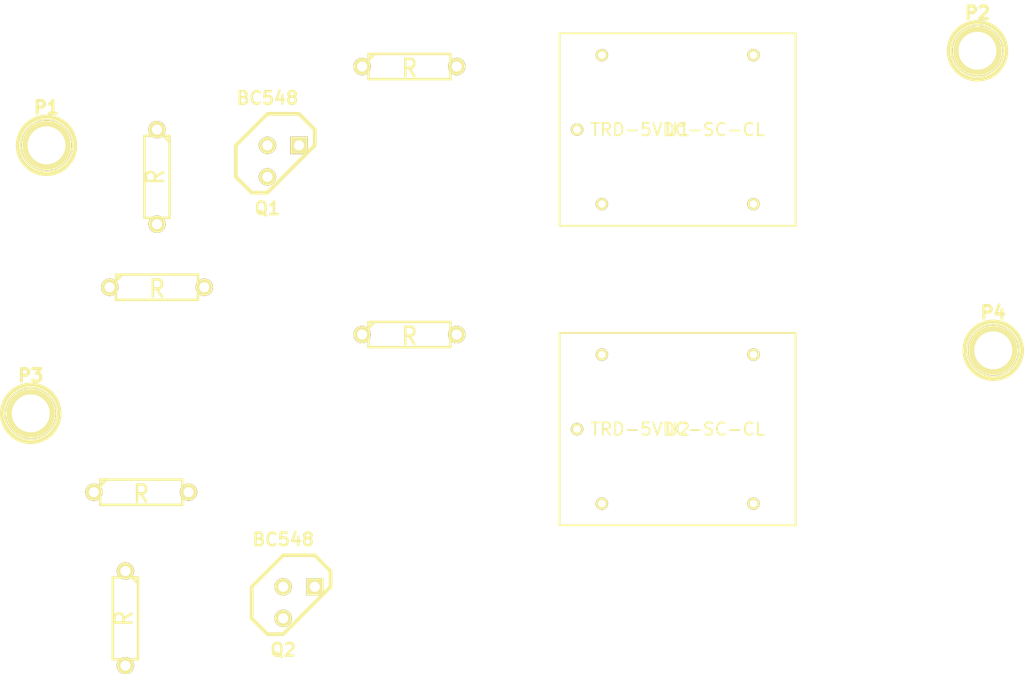
<source format=kicad_pcb>
(kicad_pcb (version 3) (host pcbnew "(2013-jul-07)-stable")

  (general
    (links 17)
    (no_connects 17)
    (area 0 0 0 0)
    (thickness 1.6)
    (drawings 0)
    (tracks 0)
    (zones 0)
    (modules 14)
    (nets 14)
  )

  (page A3)
  (layers
    (15 F.Cu signal)
    (0 B.Cu signal)
    (16 B.Adhes user)
    (17 F.Adhes user)
    (18 B.Paste user)
    (19 F.Paste user)
    (20 B.SilkS user)
    (21 F.SilkS user)
    (22 B.Mask user)
    (23 F.Mask user)
    (24 Dwgs.User user)
    (25 Cmts.User user)
    (26 Eco1.User user)
    (27 Eco2.User user)
    (28 Edge.Cuts user)
  )

  (setup
    (last_trace_width 0.254)
    (trace_clearance 0.254)
    (zone_clearance 0.508)
    (zone_45_only no)
    (trace_min 0.254)
    (segment_width 0.2)
    (edge_width 0.15)
    (via_size 0.889)
    (via_drill 0.635)
    (via_min_size 0.889)
    (via_min_drill 0.508)
    (uvia_size 0.508)
    (uvia_drill 0.127)
    (uvias_allowed no)
    (uvia_min_size 0.508)
    (uvia_min_drill 0.127)
    (pcb_text_width 0.3)
    (pcb_text_size 1.5 1.5)
    (mod_edge_width 0.15)
    (mod_text_size 1.5 1.5)
    (mod_text_width 0.15)
    (pad_size 1.524 1.524)
    (pad_drill 0.762)
    (pad_to_mask_clearance 0.2)
    (aux_axis_origin 0 0)
    (visible_elements FFFFFFBF)
    (pcbplotparams
      (layerselection 3178497)
      (usegerberextensions true)
      (excludeedgelayer true)
      (linewidth 0.100000)
      (plotframeref false)
      (viasonmask false)
      (mode 1)
      (useauxorigin false)
      (hpglpennumber 1)
      (hpglpenspeed 20)
      (hpglpendiameter 15)
      (hpglpenoverlay 2)
      (psnegative false)
      (psa4output false)
      (plotreference true)
      (plotvalue true)
      (plotothertext true)
      (plotinvisibletext false)
      (padsonsilk false)
      (subtractmaskfromsilk false)
      (outputformat 1)
      (mirror false)
      (drillshape 1)
      (scaleselection 1)
      (outputdirectory ""))
  )

  (net 0 "")
  (net 1 +5)
  (net 2 -5)
  (net 3 L)
  (net 4 N-0000010)
  (net 5 N-0000011)
  (net 6 N-0000013)
  (net 7 N-0000014)
  (net 8 N-0000015)
  (net 9 N-000003)
  (net 10 N-000004)
  (net 11 N-000007)
  (net 12 N-000008)
  (net 13 N-000009)

  (net_class Default "Это класс цепей по умолчанию."
    (clearance 0.254)
    (trace_width 0.254)
    (via_dia 0.889)
    (via_drill 0.635)
    (uvia_dia 0.508)
    (uvia_drill 0.127)
    (add_net "")
    (add_net +5)
    (add_net -5)
    (add_net L)
    (add_net N-0000010)
    (add_net N-0000011)
    (add_net N-0000013)
    (add_net N-0000014)
    (add_net N-0000015)
    (add_net N-000003)
    (add_net N-000004)
    (add_net N-000007)
    (add_net N-000008)
    (add_net N-000009)
  )

  (module TO92 (layer F.Cu) (tedit 443CFFD1) (tstamp 5640E5E9)
    (at 45.72 45.72)
    (descr "Transistor TO92 brochage type BC237")
    (tags "TR TO92")
    (path /562E7372)
    (fp_text reference Q1 (at -1.27 3.81) (layer F.SilkS)
      (effects (font (size 1.016 1.016) (thickness 0.2032)))
    )
    (fp_text value BC548 (at -1.27 -5.08) (layer F.SilkS)
      (effects (font (size 1.016 1.016) (thickness 0.2032)))
    )
    (fp_line (start -1.27 2.54) (end 2.54 -1.27) (layer F.SilkS) (width 0.3048))
    (fp_line (start 2.54 -1.27) (end 2.54 -2.54) (layer F.SilkS) (width 0.3048))
    (fp_line (start 2.54 -2.54) (end 1.27 -3.81) (layer F.SilkS) (width 0.3048))
    (fp_line (start 1.27 -3.81) (end -1.27 -3.81) (layer F.SilkS) (width 0.3048))
    (fp_line (start -1.27 -3.81) (end -3.81 -1.27) (layer F.SilkS) (width 0.3048))
    (fp_line (start -3.81 -1.27) (end -3.81 1.27) (layer F.SilkS) (width 0.3048))
    (fp_line (start -3.81 1.27) (end -2.54 2.54) (layer F.SilkS) (width 0.3048))
    (fp_line (start -2.54 2.54) (end -1.27 2.54) (layer F.SilkS) (width 0.3048))
    (pad 1 thru_hole rect (at 1.27 -1.27) (size 1.397 1.397) (drill 0.8128)
      (layers *.Cu *.Mask F.SilkS)
      (net 4 N-0000010)
    )
    (pad 2 thru_hole circle (at -1.27 -1.27) (size 1.397 1.397) (drill 0.8128)
      (layers *.Cu *.Mask F.SilkS)
      (net 5 N-0000011)
    )
    (pad 3 thru_hole circle (at -1.27 1.27) (size 1.397 1.397) (drill 0.8128)
      (layers *.Cu *.Mask F.SilkS)
      (net 2 -5)
    )
    (model discret/to98.wrl
      (at (xyz 0 0 0))
      (scale (xyz 1 1 1))
      (rotate (xyz 0 0 0))
    )
  )

  (module TO92 (layer F.Cu) (tedit 443CFFD1) (tstamp 5640E5F8)
    (at 46.99 81.28)
    (descr "Transistor TO92 brochage type BC237")
    (tags "TR TO92")
    (path /5640DB05)
    (fp_text reference Q2 (at -1.27 3.81) (layer F.SilkS)
      (effects (font (size 1.016 1.016) (thickness 0.2032)))
    )
    (fp_text value BC548 (at -1.27 -5.08) (layer F.SilkS)
      (effects (font (size 1.016 1.016) (thickness 0.2032)))
    )
    (fp_line (start -1.27 2.54) (end 2.54 -1.27) (layer F.SilkS) (width 0.3048))
    (fp_line (start 2.54 -1.27) (end 2.54 -2.54) (layer F.SilkS) (width 0.3048))
    (fp_line (start 2.54 -2.54) (end 1.27 -3.81) (layer F.SilkS) (width 0.3048))
    (fp_line (start 1.27 -3.81) (end -1.27 -3.81) (layer F.SilkS) (width 0.3048))
    (fp_line (start -1.27 -3.81) (end -3.81 -1.27) (layer F.SilkS) (width 0.3048))
    (fp_line (start -3.81 -1.27) (end -3.81 1.27) (layer F.SilkS) (width 0.3048))
    (fp_line (start -3.81 1.27) (end -2.54 2.54) (layer F.SilkS) (width 0.3048))
    (fp_line (start -2.54 2.54) (end -1.27 2.54) (layer F.SilkS) (width 0.3048))
    (pad 1 thru_hole rect (at 1.27 -1.27) (size 1.397 1.397) (drill 0.8128)
      (layers *.Cu *.Mask F.SilkS)
      (net 9 N-000003)
    )
    (pad 2 thru_hole circle (at -1.27 -1.27) (size 1.397 1.397) (drill 0.8128)
      (layers *.Cu *.Mask F.SilkS)
      (net 10 N-000004)
    )
    (pad 3 thru_hole circle (at -1.27 1.27) (size 1.397 1.397) (drill 0.8128)
      (layers *.Cu *.Mask F.SilkS)
      (net 2 -5)
    )
    (model discret/to98.wrl
      (at (xyz 0 0 0))
      (scale (xyz 1 1 1))
      (rotate (xyz 0 0 0))
    )
  )

  (module R3 (layer F.Cu) (tedit 4E4C0E65) (tstamp 5640E606)
    (at 35.56 46.99 270)
    (descr "Resitance 3 pas")
    (tags R)
    (path /562E742F)
    (autoplace_cost180 10)
    (fp_text reference R2 (at 0 0.127 270) (layer F.SilkS) hide
      (effects (font (size 1.397 1.27) (thickness 0.2032)))
    )
    (fp_text value R (at 0 0.127 270) (layer F.SilkS)
      (effects (font (size 1.397 1.27) (thickness 0.2032)))
    )
    (fp_line (start -3.81 0) (end -3.302 0) (layer F.SilkS) (width 0.2032))
    (fp_line (start 3.81 0) (end 3.302 0) (layer F.SilkS) (width 0.2032))
    (fp_line (start 3.302 0) (end 3.302 -1.016) (layer F.SilkS) (width 0.2032))
    (fp_line (start 3.302 -1.016) (end -3.302 -1.016) (layer F.SilkS) (width 0.2032))
    (fp_line (start -3.302 -1.016) (end -3.302 1.016) (layer F.SilkS) (width 0.2032))
    (fp_line (start -3.302 1.016) (end 3.302 1.016) (layer F.SilkS) (width 0.2032))
    (fp_line (start 3.302 1.016) (end 3.302 0) (layer F.SilkS) (width 0.2032))
    (fp_line (start -3.302 -0.508) (end -2.794 -1.016) (layer F.SilkS) (width 0.2032))
    (pad 1 thru_hole circle (at -3.81 0 270) (size 1.397 1.397) (drill 0.8128)
      (layers *.Cu *.Mask F.SilkS)
      (net 5 N-0000011)
    )
    (pad 2 thru_hole circle (at 3.81 0 270) (size 1.397 1.397) (drill 0.8128)
      (layers *.Cu *.Mask F.SilkS)
      (net 2 -5)
    )
    (model discret/resistor.wrl
      (at (xyz 0 0 0))
      (scale (xyz 0.3 0.3 0.3))
      (rotate (xyz 0 0 0))
    )
  )

  (module R3 (layer F.Cu) (tedit 4E4C0E65) (tstamp 5640E614)
    (at 35.56 55.88)
    (descr "Resitance 3 pas")
    (tags R)
    (path /562E752B)
    (autoplace_cost180 10)
    (fp_text reference R1 (at 0 0.127) (layer F.SilkS) hide
      (effects (font (size 1.397 1.27) (thickness 0.2032)))
    )
    (fp_text value R (at 0 0.127) (layer F.SilkS)
      (effects (font (size 1.397 1.27) (thickness 0.2032)))
    )
    (fp_line (start -3.81 0) (end -3.302 0) (layer F.SilkS) (width 0.2032))
    (fp_line (start 3.81 0) (end 3.302 0) (layer F.SilkS) (width 0.2032))
    (fp_line (start 3.302 0) (end 3.302 -1.016) (layer F.SilkS) (width 0.2032))
    (fp_line (start 3.302 -1.016) (end -3.302 -1.016) (layer F.SilkS) (width 0.2032))
    (fp_line (start -3.302 -1.016) (end -3.302 1.016) (layer F.SilkS) (width 0.2032))
    (fp_line (start -3.302 1.016) (end 3.302 1.016) (layer F.SilkS) (width 0.2032))
    (fp_line (start 3.302 1.016) (end 3.302 0) (layer F.SilkS) (width 0.2032))
    (fp_line (start -3.302 -0.508) (end -2.794 -1.016) (layer F.SilkS) (width 0.2032))
    (pad 1 thru_hole circle (at -3.81 0) (size 1.397 1.397) (drill 0.8128)
      (layers *.Cu *.Mask F.SilkS)
      (net 7 N-0000014)
    )
    (pad 2 thru_hole circle (at 3.81 0) (size 1.397 1.397) (drill 0.8128)
      (layers *.Cu *.Mask F.SilkS)
      (net 5 N-0000011)
    )
    (model discret/resistor.wrl
      (at (xyz 0 0 0))
      (scale (xyz 0.3 0.3 0.3))
      (rotate (xyz 0 0 0))
    )
  )

  (module R3 (layer F.Cu) (tedit 4E4C0E65) (tstamp 5640E622)
    (at 55.88 38.1)
    (descr "Resitance 3 pas")
    (tags R)
    (path /5640DA12)
    (autoplace_cost180 10)
    (fp_text reference R3 (at 0 0.127) (layer F.SilkS) hide
      (effects (font (size 1.397 1.27) (thickness 0.2032)))
    )
    (fp_text value R (at 0 0.127) (layer F.SilkS)
      (effects (font (size 1.397 1.27) (thickness 0.2032)))
    )
    (fp_line (start -3.81 0) (end -3.302 0) (layer F.SilkS) (width 0.2032))
    (fp_line (start 3.81 0) (end 3.302 0) (layer F.SilkS) (width 0.2032))
    (fp_line (start 3.302 0) (end 3.302 -1.016) (layer F.SilkS) (width 0.2032))
    (fp_line (start 3.302 -1.016) (end -3.302 -1.016) (layer F.SilkS) (width 0.2032))
    (fp_line (start -3.302 -1.016) (end -3.302 1.016) (layer F.SilkS) (width 0.2032))
    (fp_line (start -3.302 1.016) (end 3.302 1.016) (layer F.SilkS) (width 0.2032))
    (fp_line (start 3.302 1.016) (end 3.302 0) (layer F.SilkS) (width 0.2032))
    (fp_line (start -3.302 -0.508) (end -2.794 -1.016) (layer F.SilkS) (width 0.2032))
    (pad 1 thru_hole circle (at -3.81 0) (size 1.397 1.397) (drill 0.8128)
      (layers *.Cu *.Mask F.SilkS)
      (net 1 +5)
    )
    (pad 2 thru_hole circle (at 3.81 0) (size 1.397 1.397) (drill 0.8128)
      (layers *.Cu *.Mask F.SilkS)
      (net 6 N-0000013)
    )
    (model discret/resistor.wrl
      (at (xyz 0 0 0))
      (scale (xyz 0.3 0.3 0.3))
      (rotate (xyz 0 0 0))
    )
  )

  (module R3 (layer F.Cu) (tedit 4E4C0E65) (tstamp 5640E630)
    (at 33.02 82.55 270)
    (descr "Resitance 3 pas")
    (tags R)
    (path /5640DB0B)
    (autoplace_cost180 10)
    (fp_text reference R6 (at 0 0.127 270) (layer F.SilkS) hide
      (effects (font (size 1.397 1.27) (thickness 0.2032)))
    )
    (fp_text value R (at 0 0.127 270) (layer F.SilkS)
      (effects (font (size 1.397 1.27) (thickness 0.2032)))
    )
    (fp_line (start -3.81 0) (end -3.302 0) (layer F.SilkS) (width 0.2032))
    (fp_line (start 3.81 0) (end 3.302 0) (layer F.SilkS) (width 0.2032))
    (fp_line (start 3.302 0) (end 3.302 -1.016) (layer F.SilkS) (width 0.2032))
    (fp_line (start 3.302 -1.016) (end -3.302 -1.016) (layer F.SilkS) (width 0.2032))
    (fp_line (start -3.302 -1.016) (end -3.302 1.016) (layer F.SilkS) (width 0.2032))
    (fp_line (start -3.302 1.016) (end 3.302 1.016) (layer F.SilkS) (width 0.2032))
    (fp_line (start 3.302 1.016) (end 3.302 0) (layer F.SilkS) (width 0.2032))
    (fp_line (start -3.302 -0.508) (end -2.794 -1.016) (layer F.SilkS) (width 0.2032))
    (pad 1 thru_hole circle (at -3.81 0 270) (size 1.397 1.397) (drill 0.8128)
      (layers *.Cu *.Mask F.SilkS)
      (net 10 N-000004)
    )
    (pad 2 thru_hole circle (at 3.81 0 270) (size 1.397 1.397) (drill 0.8128)
      (layers *.Cu *.Mask F.SilkS)
      (net 2 -5)
    )
    (model discret/resistor.wrl
      (at (xyz 0 0 0))
      (scale (xyz 0.3 0.3 0.3))
      (rotate (xyz 0 0 0))
    )
  )

  (module R3 (layer F.Cu) (tedit 4E4C0E65) (tstamp 5640E63E)
    (at 34.29 72.39)
    (descr "Resitance 3 pas")
    (tags R)
    (path /5640DB12)
    (autoplace_cost180 10)
    (fp_text reference R5 (at 0 0.127) (layer F.SilkS) hide
      (effects (font (size 1.397 1.27) (thickness 0.2032)))
    )
    (fp_text value R (at 0 0.127) (layer F.SilkS)
      (effects (font (size 1.397 1.27) (thickness 0.2032)))
    )
    (fp_line (start -3.81 0) (end -3.302 0) (layer F.SilkS) (width 0.2032))
    (fp_line (start 3.81 0) (end 3.302 0) (layer F.SilkS) (width 0.2032))
    (fp_line (start 3.302 0) (end 3.302 -1.016) (layer F.SilkS) (width 0.2032))
    (fp_line (start 3.302 -1.016) (end -3.302 -1.016) (layer F.SilkS) (width 0.2032))
    (fp_line (start -3.302 -1.016) (end -3.302 1.016) (layer F.SilkS) (width 0.2032))
    (fp_line (start -3.302 1.016) (end 3.302 1.016) (layer F.SilkS) (width 0.2032))
    (fp_line (start 3.302 1.016) (end 3.302 0) (layer F.SilkS) (width 0.2032))
    (fp_line (start -3.302 -0.508) (end -2.794 -1.016) (layer F.SilkS) (width 0.2032))
    (pad 1 thru_hole circle (at -3.81 0) (size 1.397 1.397) (drill 0.8128)
      (layers *.Cu *.Mask F.SilkS)
      (net 12 N-000008)
    )
    (pad 2 thru_hole circle (at 3.81 0) (size 1.397 1.397) (drill 0.8128)
      (layers *.Cu *.Mask F.SilkS)
      (net 10 N-000004)
    )
    (model discret/resistor.wrl
      (at (xyz 0 0 0))
      (scale (xyz 0.3 0.3 0.3))
      (rotate (xyz 0 0 0))
    )
  )

  (module R3 (layer F.Cu) (tedit 4E4C0E65) (tstamp 5640E64C)
    (at 55.88 59.69)
    (descr "Resitance 3 pas")
    (tags R)
    (path /5640DB2A)
    (autoplace_cost180 10)
    (fp_text reference R4 (at 0 0.127) (layer F.SilkS) hide
      (effects (font (size 1.397 1.27) (thickness 0.2032)))
    )
    (fp_text value R (at 0 0.127) (layer F.SilkS)
      (effects (font (size 1.397 1.27) (thickness 0.2032)))
    )
    (fp_line (start -3.81 0) (end -3.302 0) (layer F.SilkS) (width 0.2032))
    (fp_line (start 3.81 0) (end 3.302 0) (layer F.SilkS) (width 0.2032))
    (fp_line (start 3.302 0) (end 3.302 -1.016) (layer F.SilkS) (width 0.2032))
    (fp_line (start 3.302 -1.016) (end -3.302 -1.016) (layer F.SilkS) (width 0.2032))
    (fp_line (start -3.302 -1.016) (end -3.302 1.016) (layer F.SilkS) (width 0.2032))
    (fp_line (start -3.302 1.016) (end 3.302 1.016) (layer F.SilkS) (width 0.2032))
    (fp_line (start 3.302 1.016) (end 3.302 0) (layer F.SilkS) (width 0.2032))
    (fp_line (start -3.302 -0.508) (end -2.794 -1.016) (layer F.SilkS) (width 0.2032))
    (pad 1 thru_hole circle (at -3.81 0) (size 1.397 1.397) (drill 0.8128)
      (layers *.Cu *.Mask F.SilkS)
      (net 1 +5)
    )
    (pad 2 thru_hole circle (at 3.81 0) (size 1.397 1.397) (drill 0.8128)
      (layers *.Cu *.Mask F.SilkS)
      (net 11 N-000007)
    )
    (model discret/resistor.wrl
      (at (xyz 0 0 0))
      (scale (xyz 0.3 0.3 0.3))
      (rotate (xyz 0 0 0))
    )
  )

  (module 1pin (layer F.Cu) (tedit 200000) (tstamp 5640E652)
    (at 26.67 44.45)
    (descr "module 1 pin (ou trou mecanique de percage)")
    (tags DEV)
    (path /5640DA9D)
    (fp_text reference P1 (at 0 -3.048) (layer F.SilkS)
      (effects (font (size 1.016 1.016) (thickness 0.254)))
    )
    (fp_text value CONNECTOR (at 0 2.794) (layer F.SilkS) hide
      (effects (font (size 1.016 1.016) (thickness 0.254)))
    )
    (fp_circle (center 0 0) (end 0 -2.286) (layer F.SilkS) (width 0.381))
    (pad 1 thru_hole circle (at 0 0) (size 4.064 4.064) (drill 3.048)
      (layers *.Cu *.Mask F.SilkS)
      (net 7 N-0000014)
    )
  )

  (module 1pin (layer F.Cu) (tedit 200000) (tstamp 5640E658)
    (at 101.6 36.83)
    (descr "module 1 pin (ou trou mecanique de percage)")
    (tags DEV)
    (path /5640DAEA)
    (fp_text reference P2 (at 0 -3.048) (layer F.SilkS)
      (effects (font (size 1.016 1.016) (thickness 0.254)))
    )
    (fp_text value CONNECTOR (at 0 2.794) (layer F.SilkS) hide
      (effects (font (size 1.016 1.016) (thickness 0.254)))
    )
    (fp_circle (center 0 0) (end 0 -2.286) (layer F.SilkS) (width 0.381))
    (pad 1 thru_hole circle (at 0 0) (size 4.064 4.064) (drill 3.048)
      (layers *.Cu *.Mask F.SilkS)
      (net 8 N-0000015)
    )
  )

  (module 1pin (layer F.Cu) (tedit 200000) (tstamp 5640E65E)
    (at 25.4 66.04)
    (descr "module 1 pin (ou trou mecanique de percage)")
    (tags DEV)
    (path /5640DB32)
    (fp_text reference P3 (at 0 -3.048) (layer F.SilkS)
      (effects (font (size 1.016 1.016) (thickness 0.254)))
    )
    (fp_text value CONNECTOR (at 0 2.794) (layer F.SilkS) hide
      (effects (font (size 1.016 1.016) (thickness 0.254)))
    )
    (fp_circle (center 0 0) (end 0 -2.286) (layer F.SilkS) (width 0.381))
    (pad 1 thru_hole circle (at 0 0) (size 4.064 4.064) (drill 3.048)
      (layers *.Cu *.Mask F.SilkS)
      (net 12 N-000008)
    )
  )

  (module 1pin (layer F.Cu) (tedit 200000) (tstamp 5640E664)
    (at 102.87 60.96)
    (descr "module 1 pin (ou trou mecanique de percage)")
    (tags DEV)
    (path /5640DB39)
    (fp_text reference P4 (at 0 -3.048) (layer F.SilkS)
      (effects (font (size 1.016 1.016) (thickness 0.254)))
    )
    (fp_text value CONNECTOR (at 0 2.794) (layer F.SilkS) hide
      (effects (font (size 1.016 1.016) (thickness 0.254)))
    )
    (fp_circle (center 0 0) (end 0 -2.286) (layer F.SilkS) (width 0.381))
    (pad 1 thru_hole circle (at 0 0) (size 4.064 4.064) (drill 3.048)
      (layers *.Cu *.Mask F.SilkS)
      (net 13 N-000009)
    )
  )

  (module trd (layer F.Cu) (tedit 5640E376) (tstamp 5640E671)
    (at 77.47 43.18)
    (path /5640D91C)
    (fp_text reference U1 (at 0 0) (layer F.SilkS)
      (effects (font (size 1 1) (thickness 0.15)))
    )
    (fp_text value TRD-5VDC-SC-CL (at 0 0) (layer F.SilkS)
      (effects (font (size 1 1) (thickness 0.15)))
    )
    (fp_line (start -9.5 -7.75) (end 9.5 -7.75) (layer F.SilkS) (width 0.15))
    (fp_line (start 9.5 -7.75) (end 9.5 7.75) (layer F.SilkS) (width 0.15))
    (fp_line (start 9.5 7.75) (end -9.5 7.75) (layer F.SilkS) (width 0.15))
    (fp_line (start -9.5 7.75) (end -9.5 -7.75) (layer F.SilkS) (width 0.15))
    (pad 1 thru_hole circle (at -6.1 -6) (size 1 1) (drill 0.6)
      (layers *.Cu *.Mask F.SilkS)
      (net 6 N-0000013)
    )
    (pad 2 thru_hole circle (at -6.1 6) (size 1 1) (drill 0.6)
      (layers *.Cu *.Mask F.SilkS)
      (net 4 N-0000010)
    )
    (pad 3 thru_hole circle (at 6.1 -6) (size 1 1) (drill 0.6)
      (layers *.Cu *.Mask F.SilkS)
      (net 8 N-0000015)
    )
    (pad 4 thru_hole circle (at 6.1 6) (size 1 1) (drill 0.6)
      (layers *.Cu *.Mask F.SilkS)
    )
    (pad 5 thru_hole circle (at -8.1 0) (size 1 1) (drill 0.6)
      (layers *.Cu *.Mask F.SilkS)
      (net 3 L)
    )
  )

  (module trd (layer F.Cu) (tedit 5640E376) (tstamp 5640E67E)
    (at 77.47 67.31)
    (path /5640DB21)
    (fp_text reference U2 (at 0 0) (layer F.SilkS)
      (effects (font (size 1 1) (thickness 0.15)))
    )
    (fp_text value TRD-5VDC-SC-CL (at 0 0) (layer F.SilkS)
      (effects (font (size 1 1) (thickness 0.15)))
    )
    (fp_line (start -9.5 -7.75) (end 9.5 -7.75) (layer F.SilkS) (width 0.15))
    (fp_line (start 9.5 -7.75) (end 9.5 7.75) (layer F.SilkS) (width 0.15))
    (fp_line (start 9.5 7.75) (end -9.5 7.75) (layer F.SilkS) (width 0.15))
    (fp_line (start -9.5 7.75) (end -9.5 -7.75) (layer F.SilkS) (width 0.15))
    (pad 1 thru_hole circle (at -6.1 -6) (size 1 1) (drill 0.6)
      (layers *.Cu *.Mask F.SilkS)
      (net 11 N-000007)
    )
    (pad 2 thru_hole circle (at -6.1 6) (size 1 1) (drill 0.6)
      (layers *.Cu *.Mask F.SilkS)
      (net 9 N-000003)
    )
    (pad 3 thru_hole circle (at 6.1 -6) (size 1 1) (drill 0.6)
      (layers *.Cu *.Mask F.SilkS)
      (net 13 N-000009)
    )
    (pad 4 thru_hole circle (at 6.1 6) (size 1 1) (drill 0.6)
      (layers *.Cu *.Mask F.SilkS)
    )
    (pad 5 thru_hole circle (at -8.1 0) (size 1 1) (drill 0.6)
      (layers *.Cu *.Mask F.SilkS)
      (net 3 L)
    )
  )

)

</source>
